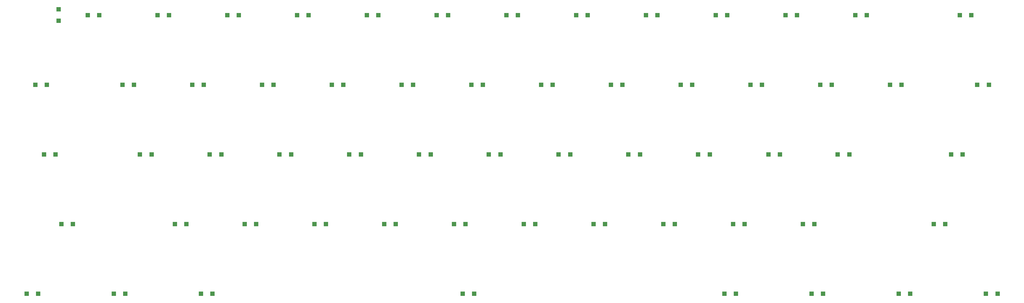
<source format=gbr>
%TF.GenerationSoftware,KiCad,Pcbnew,(5.1.9)-1*%
%TF.CreationDate,2021-02-15T21:30:29-05:00*%
%TF.ProjectId,60percent - Copy,36307065-7263-4656-9e74-202d20436f70,rev?*%
%TF.SameCoordinates,Original*%
%TF.FileFunction,Paste,Top*%
%TF.FilePolarity,Positive*%
%FSLAX46Y46*%
G04 Gerber Fmt 4.6, Leading zero omitted, Abs format (unit mm)*
G04 Created by KiCad (PCBNEW (5.1.9)-1) date 2021-02-15 21:30:29*
%MOMM*%
%LPD*%
G01*
G04 APERTURE LIST*
%ADD10R,1.200000X1.200000*%
G04 APERTURE END LIST*
D10*
%TO.C,D1*%
X85725000Y-77005800D03*
X85725000Y-80155800D03*
%TD*%
%TO.C,D2*%
X96825000Y-78580800D03*
X93675000Y-78580800D03*
%TD*%
%TO.C,D3*%
X115875000Y-78580800D03*
X112725000Y-78580800D03*
%TD*%
%TO.C,D4*%
X131775000Y-78580800D03*
X134925000Y-78580800D03*
%TD*%
%TO.C,D5*%
X153975000Y-78580800D03*
X150825000Y-78580800D03*
%TD*%
%TO.C,D6*%
X173025000Y-78580800D03*
X169875000Y-78580800D03*
%TD*%
%TO.C,D7*%
X188925000Y-78580800D03*
X192075000Y-78580800D03*
%TD*%
%TO.C,D8*%
X211125000Y-78580800D03*
X207975000Y-78580800D03*
%TD*%
%TO.C,D9*%
X230175000Y-78580800D03*
X227025000Y-78580800D03*
%TD*%
%TO.C,D10*%
X246075000Y-78580800D03*
X249225000Y-78580800D03*
%TD*%
%TO.C,D11*%
X265125000Y-78580800D03*
X268275000Y-78580800D03*
%TD*%
%TO.C,D12*%
X287325000Y-78580800D03*
X284175000Y-78580800D03*
%TD*%
%TO.C,D13*%
X303225000Y-78580800D03*
X306375000Y-78580800D03*
%TD*%
%TO.C,D14*%
X331801000Y-78580800D03*
X334951000Y-78580800D03*
%TD*%
%TO.C,D15*%
X79387500Y-97630800D03*
X82537500Y-97630800D03*
%TD*%
%TO.C,D16*%
X103200000Y-97630800D03*
X106350000Y-97630800D03*
%TD*%
%TO.C,D17*%
X125400000Y-97630800D03*
X122250000Y-97630800D03*
%TD*%
%TO.C,D18*%
X141300000Y-97630800D03*
X144450000Y-97630800D03*
%TD*%
%TO.C,D19*%
X160351000Y-97630800D03*
X163501000Y-97630800D03*
%TD*%
%TO.C,D20*%
X182551000Y-97630800D03*
X179401000Y-97630800D03*
%TD*%
%TO.C,D21*%
X201601000Y-97630800D03*
X198451000Y-97630800D03*
%TD*%
%TO.C,D22*%
X220651000Y-97630800D03*
X217501000Y-97630800D03*
%TD*%
%TO.C,D23*%
X236551000Y-97630800D03*
X239701000Y-97630800D03*
%TD*%
%TO.C,D24*%
X258751000Y-97630800D03*
X255601000Y-97630800D03*
%TD*%
%TO.C,D25*%
X274651000Y-97630800D03*
X277801000Y-97630800D03*
%TD*%
%TO.C,D26*%
X296851000Y-97630800D03*
X293701000Y-97630800D03*
%TD*%
%TO.C,D27*%
X312751000Y-97630800D03*
X315901000Y-97630800D03*
%TD*%
%TO.C,D28*%
X339713000Y-97630800D03*
X336563000Y-97630800D03*
%TD*%
%TO.C,D29*%
X84918700Y-116681000D03*
X81768700Y-116681000D03*
%TD*%
%TO.C,D30*%
X111113000Y-116681000D03*
X107963000Y-116681000D03*
%TD*%
%TO.C,D31*%
X130163000Y-116681000D03*
X127013000Y-116681000D03*
%TD*%
%TO.C,D32*%
X146063000Y-116681000D03*
X149213000Y-116681000D03*
%TD*%
%TO.C,D33*%
X168263000Y-116681000D03*
X165113000Y-116681000D03*
%TD*%
%TO.C,D34*%
X184163000Y-116681000D03*
X187313000Y-116681000D03*
%TD*%
%TO.C,D35*%
X206363000Y-116681000D03*
X203213000Y-116681000D03*
%TD*%
%TO.C,D36*%
X222263000Y-116681000D03*
X225413000Y-116681000D03*
%TD*%
%TO.C,D37*%
X244463000Y-116681000D03*
X241313000Y-116681000D03*
%TD*%
%TO.C,D38*%
X260363000Y-116681000D03*
X263513000Y-116681000D03*
%TD*%
%TO.C,D39*%
X282679000Y-116681000D03*
X279529000Y-116681000D03*
%TD*%
%TO.C,D40*%
X298463000Y-116681000D03*
X301613000Y-116681000D03*
%TD*%
%TO.C,D41*%
X329419000Y-116681000D03*
X332569000Y-116681000D03*
%TD*%
%TO.C,D42*%
X86531300Y-135731000D03*
X89681300Y-135731000D03*
%TD*%
%TO.C,D43*%
X120637000Y-135731000D03*
X117487000Y-135731000D03*
%TD*%
%TO.C,D44*%
X136537000Y-135731000D03*
X139687000Y-135731000D03*
%TD*%
%TO.C,D45*%
X158737000Y-135731000D03*
X155587000Y-135731000D03*
%TD*%
%TO.C,D46*%
X174637000Y-135731000D03*
X177787000Y-135731000D03*
%TD*%
%TO.C,D47*%
X196837000Y-135731000D03*
X193687000Y-135731000D03*
%TD*%
%TO.C,D48*%
X212737000Y-135731000D03*
X215887000Y-135731000D03*
%TD*%
%TO.C,D49*%
X234937000Y-135731000D03*
X231787000Y-135731000D03*
%TD*%
%TO.C,D50*%
X250837000Y-135731000D03*
X253987000Y-135731000D03*
%TD*%
%TO.C,D51*%
X269887000Y-135731000D03*
X273037000Y-135731000D03*
%TD*%
%TO.C,D52*%
X288937000Y-135731000D03*
X292087000Y-135731000D03*
%TD*%
%TO.C,D53*%
X327807000Y-135731000D03*
X324657000Y-135731000D03*
%TD*%
%TO.C,D54*%
X77006300Y-154781000D03*
X80156300Y-154781000D03*
%TD*%
%TO.C,D55*%
X103969000Y-154781000D03*
X100819000Y-154781000D03*
%TD*%
%TO.C,D56*%
X124631000Y-154781000D03*
X127781000Y-154781000D03*
%TD*%
%TO.C,D57*%
X199219000Y-154781000D03*
X196069000Y-154781000D03*
%TD*%
%TO.C,D58*%
X267507000Y-154781000D03*
X270657000Y-154781000D03*
%TD*%
%TO.C,D59*%
X294469000Y-154781000D03*
X291319000Y-154781000D03*
%TD*%
%TO.C,D60*%
X315131000Y-154781000D03*
X318281000Y-154781000D03*
%TD*%
%TO.C,D61*%
X342093000Y-154781000D03*
X338943000Y-154781000D03*
%TD*%
M02*

</source>
